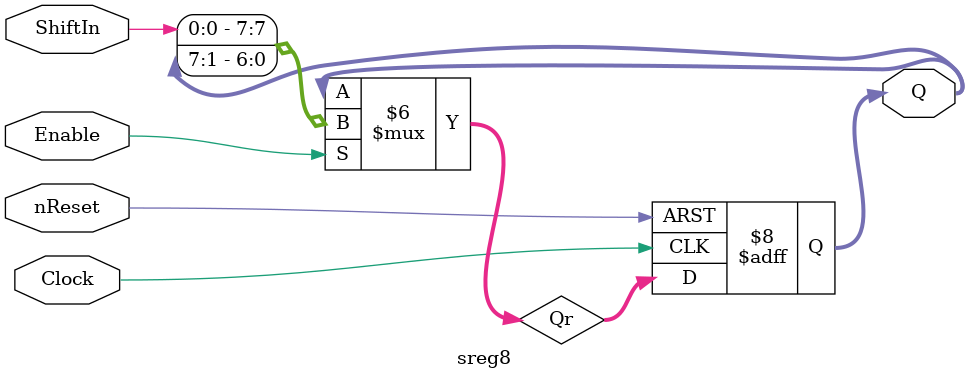
<source format=v>

module sreg8(	output reg [7:0] Q,
				input ShiftIn,
				input Enable,
				input Clock,
				input nReset);

reg [7:0] Qr;

// Calculo asíncrono de registro auxiliar Qr
always @ (Q, ShiftIn, Enable) begin
	Qr = Q;
	if(Enable == 1)
		Qr = {ShiftIn, Q[7:1]};
end

// Reset y asignación de Qr con clock
always @ (posedge Clock, negedge nReset) begin
	if(nReset == 0)
		#2 Q = 0;
	else
		#2 Q = Qr;
end
endmodule

</source>
